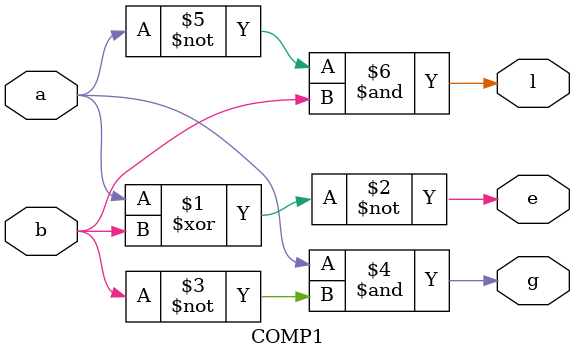
<source format=v>
`timescale 10ns / 1ps
module COMP_4(
    input [3:0] a,
    input [3:0] b,
    output E,
    output G,
    output L
    );
    wire e0,g0,l0,e1,g1,l1,e2,g2,l2,e3,g3,l3;
    wire w1,w2,w3,w4,w5,w6;
    assign E = (e0&e1&e2&e3);
    assign w1 = (e3&g2);
    assign w2 = (e3&e2&g1);
    assign w3 = (e3&e2&e1&g0);
    assign G = (g3|w1|w2|w3);
    assign w4 = (e3&l2);
    assign w5 = (e3&e2&l1);
    assign w6 = (e3&e2&e1&l0);
    assign L = (l3|w4|w5|w6);
    COMP1 M1(e0,g0,l0,a[0],b[0]);
    COMP1 M2(e1,g1,l1,a[1],b[1]);
    COMP1 M3(e2,g2,l2,a[2],b[2]);
    COMP1 M4(e3,g3,l3,a[3],b[3]);
endmodule

module COMP1(e,g,l,a,b);
input a,b;
output e,g,l;
assign e=~(a^b);
assign g=a&(~b);
assign l=(~a)&b;
endmodule 

</source>
